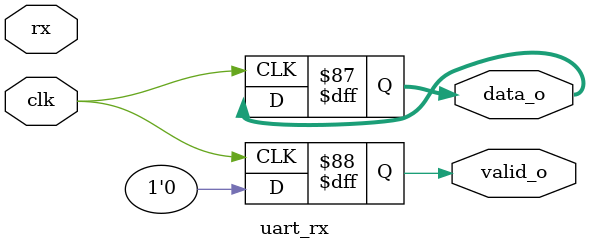
<source format=v>
`default_nettype none
`timescale 1ns/1ps

module uart_rx (
    input wire clk,

    input wire rx,

    output reg [7:0] data_o,
    output reg valid_o);

    parameter CLOCKS_PER_BAUD = 0;

    initial data_o = 0;
    initial valid_o = 0;

    reg [$clog2(CLOCKS_PER_BAUD)-1:0] baud_counter = 0;
    reg [7:0] buffer = 0;
    reg [3:0] bit_index = 0;

    reg prev_rx = 1;
    reg busy = 0;

    always @(posedge clk) begin
        prev_rx <= rx;
        valid_o <= 0;

        if (!busy) begin
            if (prev_rx && !rx) begin
                busy <= 1;
            end
        end

        else begin
            // run baud counter
            baud_counter <= (baud_counter < CLOCKS_PER_BAUD-1) ? baud_counter + 1 : 0;

            // sample rx in the middle of a baud period
            if (baud_counter == (CLOCKS_PER_BAUD/2) - 2) begin

                // fill buffer until end of byte on the wire
                if(bit_index <= 8) begin
                    buffer <= {rx, buffer[7:1]};
                    bit_index = bit_index + 1;
                end

                else begin
                    // reset system state
                    busy <= 0;
                    baud_counter <= 0;
                    bit_index <= 0;

                    // output word if stop bit received
                    if(rx) begin
                        data_o <= buffer;
                        valid_o <= 1;
                    end
                end
            end
        end
    end
endmodule

`default_nettype wire
</source>
